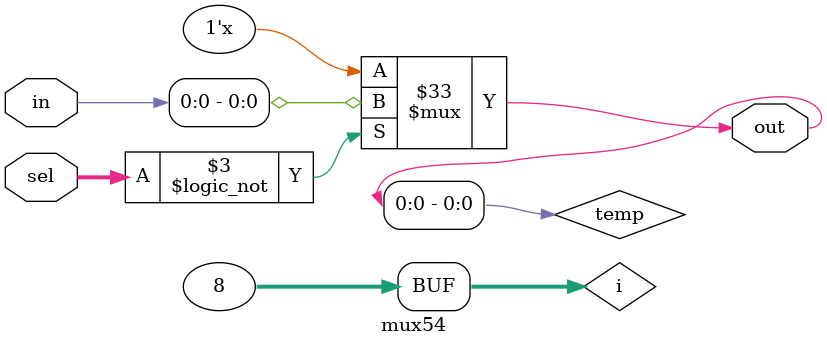
<source format=v>
module mux54 (input [7:0] in,
                              input [2:0] sel,
                              output out);

    reg [7:0] temp;

    integer i;
    always @* begin
        for (i = 0; i < 8; i = i + 1) begin
            if (sel == i)
                temp[i] = in[i];
            else
                temp[i] = 1'bx;
        end
    end 

    assign out = temp;

endmodule

</source>
